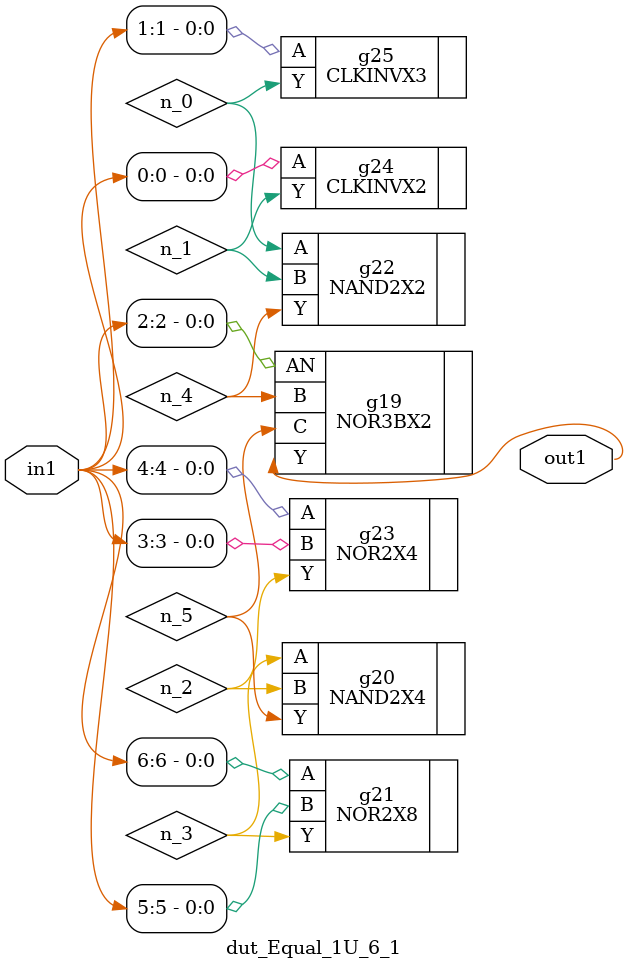
<source format=v>
`timescale 1ps / 1ps


module dut_Equal_1U_6_1(in1, out1);
  input [6:0] in1;
  output out1;
  wire [6:0] in1;
  wire out1;
  wire n_0, n_1, n_2, n_3, n_4, n_5;
  NOR3BX2 g19(.AN (in1[2]), .B (n_4), .C (n_5), .Y (out1));
  NAND2X4 g20(.A (n_3), .B (n_2), .Y (n_5));
  NAND2X2 g22(.A (n_0), .B (n_1), .Y (n_4));
  NOR2X8 g21(.A (in1[6]), .B (in1[5]), .Y (n_3));
  NOR2X4 g23(.A (in1[4]), .B (in1[3]), .Y (n_2));
  CLKINVX2 g24(.A (in1[0]), .Y (n_1));
  CLKINVX3 g25(.A (in1[1]), .Y (n_0));
endmodule



</source>
